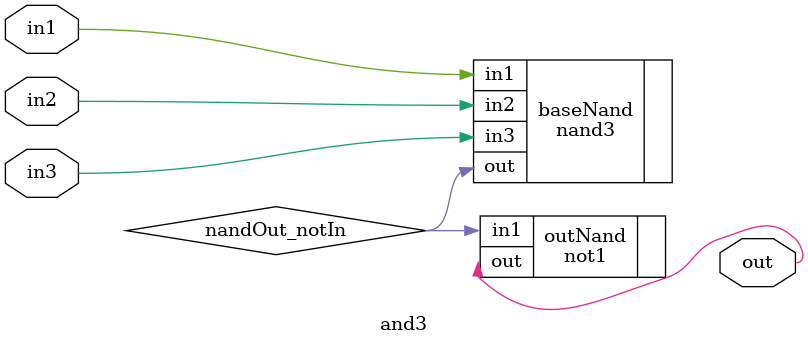
<source format=v>
/*
    CS/ECE 552 Spring '22
    Homework #1, Problem 2

    3 input AND built out of required gates
*/
module and3 (in1, in2, in3, out);
    input   in1, in2, in3;
    output  out;

    wire    nandOut_notIn;

    // one way to create a 2-input AND out of NANDs and NOTs is
    // to have a 3-input NAND followed by a NOT
    nand3 baseNand (// OUTPUT
		    .out(nandOut_notIn),
		    // INPUT
		    .in1(in1),
		    .in2(in2),
		    .in3(in3)
		    );

    // now not the output of the NOR to create our 2-input OR
    not1 outNand (// OUTPUT
		  .out(out),
		  // INPUT
		  .in1(nandOut_notIn)
		  );

endmodule

</source>
